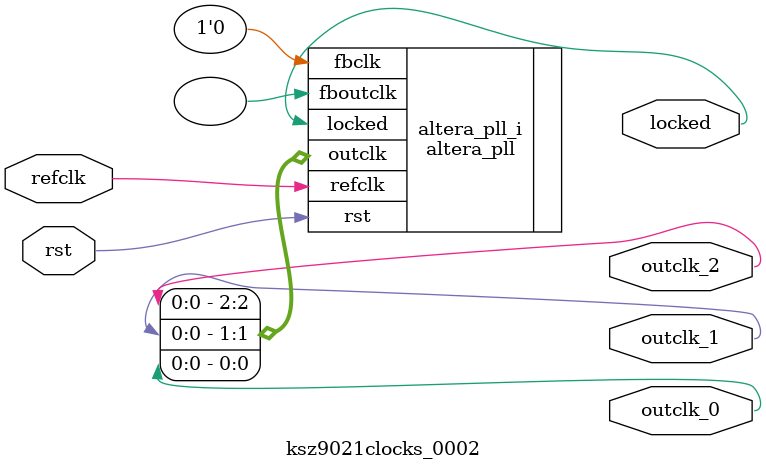
<source format=v>
`timescale 1ns/10ps
module  ksz9021clocks_0002(

	// interface 'refclk'
	input wire refclk,

	// interface 'reset'
	input wire rst,

	// interface 'outclk0'
	output wire outclk_0,

	// interface 'outclk1'
	output wire outclk_1,

	// interface 'outclk2'
	output wire outclk_2,

	// interface 'locked'
	output wire locked
);

	altera_pll #(
		.fractional_vco_multiplier("false"),
		.reference_clock_frequency("50.0 MHz"),
		.operation_mode("direct"),
		.number_of_clocks(3),
		.output_clock_frequency0("25.000000 MHz"),
		.phase_shift0("0 ps"),
		.duty_cycle0(50),
		.output_clock_frequency1("12.500000 MHz"),
		.phase_shift1("0 ps"),
		.duty_cycle1(50),
		.output_clock_frequency2("2.500000 MHz"),
		.phase_shift2("0 ps"),
		.duty_cycle2(50),
		.output_clock_frequency3("0 MHz"),
		.phase_shift3("0 ps"),
		.duty_cycle3(50),
		.output_clock_frequency4("0 MHz"),
		.phase_shift4("0 ps"),
		.duty_cycle4(50),
		.output_clock_frequency5("0 MHz"),
		.phase_shift5("0 ps"),
		.duty_cycle5(50),
		.output_clock_frequency6("0 MHz"),
		.phase_shift6("0 ps"),
		.duty_cycle6(50),
		.output_clock_frequency7("0 MHz"),
		.phase_shift7("0 ps"),
		.duty_cycle7(50),
		.output_clock_frequency8("0 MHz"),
		.phase_shift8("0 ps"),
		.duty_cycle8(50),
		.output_clock_frequency9("0 MHz"),
		.phase_shift9("0 ps"),
		.duty_cycle9(50),
		.output_clock_frequency10("0 MHz"),
		.phase_shift10("0 ps"),
		.duty_cycle10(50),
		.output_clock_frequency11("0 MHz"),
		.phase_shift11("0 ps"),
		.duty_cycle11(50),
		.output_clock_frequency12("0 MHz"),
		.phase_shift12("0 ps"),
		.duty_cycle12(50),
		.output_clock_frequency13("0 MHz"),
		.phase_shift13("0 ps"),
		.duty_cycle13(50),
		.output_clock_frequency14("0 MHz"),
		.phase_shift14("0 ps"),
		.duty_cycle14(50),
		.output_clock_frequency15("0 MHz"),
		.phase_shift15("0 ps"),
		.duty_cycle15(50),
		.output_clock_frequency16("0 MHz"),
		.phase_shift16("0 ps"),
		.duty_cycle16(50),
		.output_clock_frequency17("0 MHz"),
		.phase_shift17("0 ps"),
		.duty_cycle17(50),
		.pll_type("General"),
		.pll_subtype("General")
	) altera_pll_i (
		.rst	(rst),
		.outclk	({outclk_2, outclk_1, outclk_0}),
		.locked	(locked),
		.fboutclk	( ),
		.fbclk	(1'b0),
		.refclk	(refclk)
	);
endmodule


</source>
